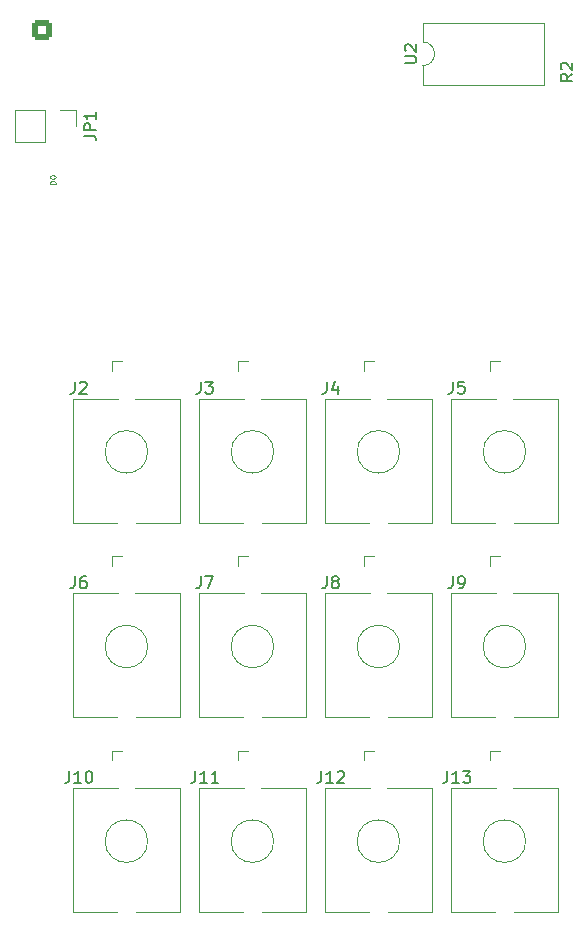
<source format=gto>
G04 #@! TF.GenerationSoftware,KiCad,Pcbnew,7.0.1*
G04 #@! TF.CreationDate,2023-05-11T17:19:09+02:00*
G04 #@! TF.ProjectId,midi-interface,6d696469-2d69-46e7-9465-72666163652e,rev?*
G04 #@! TF.SameCoordinates,Original*
G04 #@! TF.FileFunction,Legend,Top*
G04 #@! TF.FilePolarity,Positive*
%FSLAX46Y46*%
G04 Gerber Fmt 4.6, Leading zero omitted, Abs format (unit mm)*
G04 Created by KiCad (PCBNEW 7.0.1) date 2023-05-11 17:19:09*
%MOMM*%
%LPD*%
G01*
G04 APERTURE LIST*
G04 Aperture macros list*
%AMRoundRect*
0 Rectangle with rounded corners*
0 $1 Rounding radius*
0 $2 $3 $4 $5 $6 $7 $8 $9 X,Y pos of 4 corners*
0 Add a 4 corners polygon primitive as box body*
4,1,4,$2,$3,$4,$5,$6,$7,$8,$9,$2,$3,0*
0 Add four circle primitives for the rounded corners*
1,1,$1+$1,$2,$3*
1,1,$1+$1,$4,$5*
1,1,$1+$1,$6,$7*
1,1,$1+$1,$8,$9*
0 Add four rect primitives between the rounded corners*
20,1,$1+$1,$2,$3,$4,$5,0*
20,1,$1+$1,$4,$5,$6,$7,0*
20,1,$1+$1,$6,$7,$8,$9,0*
20,1,$1+$1,$8,$9,$2,$3,0*%
G04 Aperture macros list end*
%ADD10C,0.150000*%
%ADD11C,0.075000*%
%ADD12C,0.120000*%
%ADD13R,2.200000X2.200000*%
%ADD14O,2.200000X2.200000*%
%ADD15O,1.600000X1.600000*%
%ADD16R,1.600000X1.600000*%
%ADD17R,1.930000X1.830000*%
%ADD18C,2.130000*%
%ADD19R,1.700000X1.700000*%
%ADD20O,1.700000X1.700000*%
%ADD21O,1.727200X1.727200*%
%ADD22R,1.727200X1.727200*%
%ADD23RoundRect,0.250000X-0.600000X0.600000X-0.600000X-0.600000X0.600000X-0.600000X0.600000X0.600000X0*%
%ADD24C,1.700000*%
G04 APERTURE END LIST*
D10*
X127688619Y-73903904D02*
X128498142Y-73903904D01*
X128498142Y-73903904D02*
X128593380Y-73856285D01*
X128593380Y-73856285D02*
X128641000Y-73808666D01*
X128641000Y-73808666D02*
X128688619Y-73713428D01*
X128688619Y-73713428D02*
X128688619Y-73522952D01*
X128688619Y-73522952D02*
X128641000Y-73427714D01*
X128641000Y-73427714D02*
X128593380Y-73380095D01*
X128593380Y-73380095D02*
X128498142Y-73332476D01*
X128498142Y-73332476D02*
X127688619Y-73332476D01*
X127783857Y-72903904D02*
X127736238Y-72856285D01*
X127736238Y-72856285D02*
X127688619Y-72761047D01*
X127688619Y-72761047D02*
X127688619Y-72522952D01*
X127688619Y-72522952D02*
X127736238Y-72427714D01*
X127736238Y-72427714D02*
X127783857Y-72380095D01*
X127783857Y-72380095D02*
X127879095Y-72332476D01*
X127879095Y-72332476D02*
X127974333Y-72332476D01*
X127974333Y-72332476D02*
X128117190Y-72380095D01*
X128117190Y-72380095D02*
X128688619Y-72951523D01*
X128688619Y-72951523D02*
X128688619Y-72332476D01*
X110444666Y-117382619D02*
X110444666Y-118096904D01*
X110444666Y-118096904D02*
X110397047Y-118239761D01*
X110397047Y-118239761D02*
X110301809Y-118335000D01*
X110301809Y-118335000D02*
X110158952Y-118382619D01*
X110158952Y-118382619D02*
X110063714Y-118382619D01*
X110825619Y-117382619D02*
X111492285Y-117382619D01*
X111492285Y-117382619D02*
X111063714Y-118382619D01*
X121112666Y-117382619D02*
X121112666Y-118096904D01*
X121112666Y-118096904D02*
X121065047Y-118239761D01*
X121065047Y-118239761D02*
X120969809Y-118335000D01*
X120969809Y-118335000D02*
X120826952Y-118382619D01*
X120826952Y-118382619D02*
X120731714Y-118382619D01*
X121731714Y-117811190D02*
X121636476Y-117763571D01*
X121636476Y-117763571D02*
X121588857Y-117715952D01*
X121588857Y-117715952D02*
X121541238Y-117620714D01*
X121541238Y-117620714D02*
X121541238Y-117573095D01*
X121541238Y-117573095D02*
X121588857Y-117477857D01*
X121588857Y-117477857D02*
X121636476Y-117430238D01*
X121636476Y-117430238D02*
X121731714Y-117382619D01*
X121731714Y-117382619D02*
X121922190Y-117382619D01*
X121922190Y-117382619D02*
X122017428Y-117430238D01*
X122017428Y-117430238D02*
X122065047Y-117477857D01*
X122065047Y-117477857D02*
X122112666Y-117573095D01*
X122112666Y-117573095D02*
X122112666Y-117620714D01*
X122112666Y-117620714D02*
X122065047Y-117715952D01*
X122065047Y-117715952D02*
X122017428Y-117763571D01*
X122017428Y-117763571D02*
X121922190Y-117811190D01*
X121922190Y-117811190D02*
X121731714Y-117811190D01*
X121731714Y-117811190D02*
X121636476Y-117858809D01*
X121636476Y-117858809D02*
X121588857Y-117906428D01*
X121588857Y-117906428D02*
X121541238Y-118001666D01*
X121541238Y-118001666D02*
X121541238Y-118192142D01*
X121541238Y-118192142D02*
X121588857Y-118287380D01*
X121588857Y-118287380D02*
X121636476Y-118335000D01*
X121636476Y-118335000D02*
X121731714Y-118382619D01*
X121731714Y-118382619D02*
X121922190Y-118382619D01*
X121922190Y-118382619D02*
X122017428Y-118335000D01*
X122017428Y-118335000D02*
X122065047Y-118287380D01*
X122065047Y-118287380D02*
X122112666Y-118192142D01*
X122112666Y-118192142D02*
X122112666Y-118001666D01*
X122112666Y-118001666D02*
X122065047Y-117906428D01*
X122065047Y-117906428D02*
X122017428Y-117858809D01*
X122017428Y-117858809D02*
X121922190Y-117811190D01*
X100554619Y-80081333D02*
X101268904Y-80081333D01*
X101268904Y-80081333D02*
X101411761Y-80128952D01*
X101411761Y-80128952D02*
X101507000Y-80224190D01*
X101507000Y-80224190D02*
X101554619Y-80367047D01*
X101554619Y-80367047D02*
X101554619Y-80462285D01*
X101554619Y-79605142D02*
X100554619Y-79605142D01*
X100554619Y-79605142D02*
X100554619Y-79224190D01*
X100554619Y-79224190D02*
X100602238Y-79128952D01*
X100602238Y-79128952D02*
X100649857Y-79081333D01*
X100649857Y-79081333D02*
X100745095Y-79033714D01*
X100745095Y-79033714D02*
X100887952Y-79033714D01*
X100887952Y-79033714D02*
X100983190Y-79081333D01*
X100983190Y-79081333D02*
X101030809Y-79128952D01*
X101030809Y-79128952D02*
X101078428Y-79224190D01*
X101078428Y-79224190D02*
X101078428Y-79605142D01*
X101554619Y-78081333D02*
X101554619Y-78652761D01*
X101554619Y-78367047D02*
X100554619Y-78367047D01*
X100554619Y-78367047D02*
X100697476Y-78462285D01*
X100697476Y-78462285D02*
X100792714Y-78557523D01*
X100792714Y-78557523D02*
X100840333Y-78652761D01*
X99776666Y-117382619D02*
X99776666Y-118096904D01*
X99776666Y-118096904D02*
X99729047Y-118239761D01*
X99729047Y-118239761D02*
X99633809Y-118335000D01*
X99633809Y-118335000D02*
X99490952Y-118382619D01*
X99490952Y-118382619D02*
X99395714Y-118382619D01*
X100681428Y-117382619D02*
X100490952Y-117382619D01*
X100490952Y-117382619D02*
X100395714Y-117430238D01*
X100395714Y-117430238D02*
X100348095Y-117477857D01*
X100348095Y-117477857D02*
X100252857Y-117620714D01*
X100252857Y-117620714D02*
X100205238Y-117811190D01*
X100205238Y-117811190D02*
X100205238Y-118192142D01*
X100205238Y-118192142D02*
X100252857Y-118287380D01*
X100252857Y-118287380D02*
X100300476Y-118335000D01*
X100300476Y-118335000D02*
X100395714Y-118382619D01*
X100395714Y-118382619D02*
X100586190Y-118382619D01*
X100586190Y-118382619D02*
X100681428Y-118335000D01*
X100681428Y-118335000D02*
X100729047Y-118287380D01*
X100729047Y-118287380D02*
X100776666Y-118192142D01*
X100776666Y-118192142D02*
X100776666Y-117954047D01*
X100776666Y-117954047D02*
X100729047Y-117858809D01*
X100729047Y-117858809D02*
X100681428Y-117811190D01*
X100681428Y-117811190D02*
X100586190Y-117763571D01*
X100586190Y-117763571D02*
X100395714Y-117763571D01*
X100395714Y-117763571D02*
X100300476Y-117811190D01*
X100300476Y-117811190D02*
X100252857Y-117858809D01*
X100252857Y-117858809D02*
X100205238Y-117954047D01*
X120636476Y-133862619D02*
X120636476Y-134576904D01*
X120636476Y-134576904D02*
X120588857Y-134719761D01*
X120588857Y-134719761D02*
X120493619Y-134815000D01*
X120493619Y-134815000D02*
X120350762Y-134862619D01*
X120350762Y-134862619D02*
X120255524Y-134862619D01*
X121636476Y-134862619D02*
X121065048Y-134862619D01*
X121350762Y-134862619D02*
X121350762Y-133862619D01*
X121350762Y-133862619D02*
X121255524Y-134005476D01*
X121255524Y-134005476D02*
X121160286Y-134100714D01*
X121160286Y-134100714D02*
X121065048Y-134148333D01*
X122017429Y-133957857D02*
X122065048Y-133910238D01*
X122065048Y-133910238D02*
X122160286Y-133862619D01*
X122160286Y-133862619D02*
X122398381Y-133862619D01*
X122398381Y-133862619D02*
X122493619Y-133910238D01*
X122493619Y-133910238D02*
X122541238Y-133957857D01*
X122541238Y-133957857D02*
X122588857Y-134053095D01*
X122588857Y-134053095D02*
X122588857Y-134148333D01*
X122588857Y-134148333D02*
X122541238Y-134291190D01*
X122541238Y-134291190D02*
X121969810Y-134862619D01*
X121969810Y-134862619D02*
X122588857Y-134862619D01*
X99776666Y-100902619D02*
X99776666Y-101616904D01*
X99776666Y-101616904D02*
X99729047Y-101759761D01*
X99729047Y-101759761D02*
X99633809Y-101855000D01*
X99633809Y-101855000D02*
X99490952Y-101902619D01*
X99490952Y-101902619D02*
X99395714Y-101902619D01*
X100205238Y-100997857D02*
X100252857Y-100950238D01*
X100252857Y-100950238D02*
X100348095Y-100902619D01*
X100348095Y-100902619D02*
X100586190Y-100902619D01*
X100586190Y-100902619D02*
X100681428Y-100950238D01*
X100681428Y-100950238D02*
X100729047Y-100997857D01*
X100729047Y-100997857D02*
X100776666Y-101093095D01*
X100776666Y-101093095D02*
X100776666Y-101188333D01*
X100776666Y-101188333D02*
X100729047Y-101331190D01*
X100729047Y-101331190D02*
X100157619Y-101902619D01*
X100157619Y-101902619D02*
X100776666Y-101902619D01*
X131304476Y-133862619D02*
X131304476Y-134576904D01*
X131304476Y-134576904D02*
X131256857Y-134719761D01*
X131256857Y-134719761D02*
X131161619Y-134815000D01*
X131161619Y-134815000D02*
X131018762Y-134862619D01*
X131018762Y-134862619D02*
X130923524Y-134862619D01*
X132304476Y-134862619D02*
X131733048Y-134862619D01*
X132018762Y-134862619D02*
X132018762Y-133862619D01*
X132018762Y-133862619D02*
X131923524Y-134005476D01*
X131923524Y-134005476D02*
X131828286Y-134100714D01*
X131828286Y-134100714D02*
X131733048Y-134148333D01*
X132637810Y-133862619D02*
X133256857Y-133862619D01*
X133256857Y-133862619D02*
X132923524Y-134243571D01*
X132923524Y-134243571D02*
X133066381Y-134243571D01*
X133066381Y-134243571D02*
X133161619Y-134291190D01*
X133161619Y-134291190D02*
X133209238Y-134338809D01*
X133209238Y-134338809D02*
X133256857Y-134434047D01*
X133256857Y-134434047D02*
X133256857Y-134672142D01*
X133256857Y-134672142D02*
X133209238Y-134767380D01*
X133209238Y-134767380D02*
X133161619Y-134815000D01*
X133161619Y-134815000D02*
X133066381Y-134862619D01*
X133066381Y-134862619D02*
X132780667Y-134862619D01*
X132780667Y-134862619D02*
X132685429Y-134815000D01*
X132685429Y-134815000D02*
X132637810Y-134767380D01*
X121112666Y-100902619D02*
X121112666Y-101616904D01*
X121112666Y-101616904D02*
X121065047Y-101759761D01*
X121065047Y-101759761D02*
X120969809Y-101855000D01*
X120969809Y-101855000D02*
X120826952Y-101902619D01*
X120826952Y-101902619D02*
X120731714Y-101902619D01*
X122017428Y-101235952D02*
X122017428Y-101902619D01*
X121779333Y-100855000D02*
X121541238Y-101569285D01*
X121541238Y-101569285D02*
X122160285Y-101569285D01*
X131780666Y-100902619D02*
X131780666Y-101616904D01*
X131780666Y-101616904D02*
X131733047Y-101759761D01*
X131733047Y-101759761D02*
X131637809Y-101855000D01*
X131637809Y-101855000D02*
X131494952Y-101902619D01*
X131494952Y-101902619D02*
X131399714Y-101902619D01*
X132733047Y-100902619D02*
X132256857Y-100902619D01*
X132256857Y-100902619D02*
X132209238Y-101378809D01*
X132209238Y-101378809D02*
X132256857Y-101331190D01*
X132256857Y-101331190D02*
X132352095Y-101283571D01*
X132352095Y-101283571D02*
X132590190Y-101283571D01*
X132590190Y-101283571D02*
X132685428Y-101331190D01*
X132685428Y-101331190D02*
X132733047Y-101378809D01*
X132733047Y-101378809D02*
X132780666Y-101474047D01*
X132780666Y-101474047D02*
X132780666Y-101712142D01*
X132780666Y-101712142D02*
X132733047Y-101807380D01*
X132733047Y-101807380D02*
X132685428Y-101855000D01*
X132685428Y-101855000D02*
X132590190Y-101902619D01*
X132590190Y-101902619D02*
X132352095Y-101902619D01*
X132352095Y-101902619D02*
X132256857Y-101855000D01*
X132256857Y-101855000D02*
X132209238Y-101807380D01*
X110444666Y-100902619D02*
X110444666Y-101616904D01*
X110444666Y-101616904D02*
X110397047Y-101759761D01*
X110397047Y-101759761D02*
X110301809Y-101855000D01*
X110301809Y-101855000D02*
X110158952Y-101902619D01*
X110158952Y-101902619D02*
X110063714Y-101902619D01*
X110825619Y-100902619D02*
X111444666Y-100902619D01*
X111444666Y-100902619D02*
X111111333Y-101283571D01*
X111111333Y-101283571D02*
X111254190Y-101283571D01*
X111254190Y-101283571D02*
X111349428Y-101331190D01*
X111349428Y-101331190D02*
X111397047Y-101378809D01*
X111397047Y-101378809D02*
X111444666Y-101474047D01*
X111444666Y-101474047D02*
X111444666Y-101712142D01*
X111444666Y-101712142D02*
X111397047Y-101807380D01*
X111397047Y-101807380D02*
X111349428Y-101855000D01*
X111349428Y-101855000D02*
X111254190Y-101902619D01*
X111254190Y-101902619D02*
X110968476Y-101902619D01*
X110968476Y-101902619D02*
X110873238Y-101855000D01*
X110873238Y-101855000D02*
X110825619Y-101807380D01*
X99300476Y-133862619D02*
X99300476Y-134576904D01*
X99300476Y-134576904D02*
X99252857Y-134719761D01*
X99252857Y-134719761D02*
X99157619Y-134815000D01*
X99157619Y-134815000D02*
X99014762Y-134862619D01*
X99014762Y-134862619D02*
X98919524Y-134862619D01*
X100300476Y-134862619D02*
X99729048Y-134862619D01*
X100014762Y-134862619D02*
X100014762Y-133862619D01*
X100014762Y-133862619D02*
X99919524Y-134005476D01*
X99919524Y-134005476D02*
X99824286Y-134100714D01*
X99824286Y-134100714D02*
X99729048Y-134148333D01*
X100919524Y-133862619D02*
X101014762Y-133862619D01*
X101014762Y-133862619D02*
X101110000Y-133910238D01*
X101110000Y-133910238D02*
X101157619Y-133957857D01*
X101157619Y-133957857D02*
X101205238Y-134053095D01*
X101205238Y-134053095D02*
X101252857Y-134243571D01*
X101252857Y-134243571D02*
X101252857Y-134481666D01*
X101252857Y-134481666D02*
X101205238Y-134672142D01*
X101205238Y-134672142D02*
X101157619Y-134767380D01*
X101157619Y-134767380D02*
X101110000Y-134815000D01*
X101110000Y-134815000D02*
X101014762Y-134862619D01*
X101014762Y-134862619D02*
X100919524Y-134862619D01*
X100919524Y-134862619D02*
X100824286Y-134815000D01*
X100824286Y-134815000D02*
X100776667Y-134767380D01*
X100776667Y-134767380D02*
X100729048Y-134672142D01*
X100729048Y-134672142D02*
X100681429Y-134481666D01*
X100681429Y-134481666D02*
X100681429Y-134243571D01*
X100681429Y-134243571D02*
X100729048Y-134053095D01*
X100729048Y-134053095D02*
X100776667Y-133957857D01*
X100776667Y-133957857D02*
X100824286Y-133910238D01*
X100824286Y-133910238D02*
X100919524Y-133862619D01*
X131780666Y-117382619D02*
X131780666Y-118096904D01*
X131780666Y-118096904D02*
X131733047Y-118239761D01*
X131733047Y-118239761D02*
X131637809Y-118335000D01*
X131637809Y-118335000D02*
X131494952Y-118382619D01*
X131494952Y-118382619D02*
X131399714Y-118382619D01*
X132304476Y-118382619D02*
X132494952Y-118382619D01*
X132494952Y-118382619D02*
X132590190Y-118335000D01*
X132590190Y-118335000D02*
X132637809Y-118287380D01*
X132637809Y-118287380D02*
X132733047Y-118144523D01*
X132733047Y-118144523D02*
X132780666Y-117954047D01*
X132780666Y-117954047D02*
X132780666Y-117573095D01*
X132780666Y-117573095D02*
X132733047Y-117477857D01*
X132733047Y-117477857D02*
X132685428Y-117430238D01*
X132685428Y-117430238D02*
X132590190Y-117382619D01*
X132590190Y-117382619D02*
X132399714Y-117382619D01*
X132399714Y-117382619D02*
X132304476Y-117430238D01*
X132304476Y-117430238D02*
X132256857Y-117477857D01*
X132256857Y-117477857D02*
X132209238Y-117573095D01*
X132209238Y-117573095D02*
X132209238Y-117811190D01*
X132209238Y-117811190D02*
X132256857Y-117906428D01*
X132256857Y-117906428D02*
X132304476Y-117954047D01*
X132304476Y-117954047D02*
X132399714Y-118001666D01*
X132399714Y-118001666D02*
X132590190Y-118001666D01*
X132590190Y-118001666D02*
X132685428Y-117954047D01*
X132685428Y-117954047D02*
X132733047Y-117906428D01*
X132733047Y-117906428D02*
X132780666Y-117811190D01*
X109968476Y-133862619D02*
X109968476Y-134576904D01*
X109968476Y-134576904D02*
X109920857Y-134719761D01*
X109920857Y-134719761D02*
X109825619Y-134815000D01*
X109825619Y-134815000D02*
X109682762Y-134862619D01*
X109682762Y-134862619D02*
X109587524Y-134862619D01*
X110968476Y-134862619D02*
X110397048Y-134862619D01*
X110682762Y-134862619D02*
X110682762Y-133862619D01*
X110682762Y-133862619D02*
X110587524Y-134005476D01*
X110587524Y-134005476D02*
X110492286Y-134100714D01*
X110492286Y-134100714D02*
X110397048Y-134148333D01*
X111920857Y-134862619D02*
X111349429Y-134862619D01*
X111635143Y-134862619D02*
X111635143Y-133862619D01*
X111635143Y-133862619D02*
X111539905Y-134005476D01*
X111539905Y-134005476D02*
X111444667Y-134100714D01*
X111444667Y-134100714D02*
X111349429Y-134148333D01*
D11*
X98148309Y-84189047D02*
X97648309Y-84189047D01*
X97648309Y-84189047D02*
X97648309Y-84069999D01*
X97648309Y-84069999D02*
X97672119Y-83998571D01*
X97672119Y-83998571D02*
X97719738Y-83950952D01*
X97719738Y-83950952D02*
X97767357Y-83927142D01*
X97767357Y-83927142D02*
X97862595Y-83903333D01*
X97862595Y-83903333D02*
X97934023Y-83903333D01*
X97934023Y-83903333D02*
X98029261Y-83927142D01*
X98029261Y-83927142D02*
X98076880Y-83950952D01*
X98076880Y-83950952D02*
X98124500Y-83998571D01*
X98124500Y-83998571D02*
X98148309Y-84069999D01*
X98148309Y-84069999D02*
X98148309Y-84189047D01*
X97648309Y-83593809D02*
X97648309Y-83546190D01*
X97648309Y-83546190D02*
X97672119Y-83498571D01*
X97672119Y-83498571D02*
X97695928Y-83474761D01*
X97695928Y-83474761D02*
X97743547Y-83450952D01*
X97743547Y-83450952D02*
X97838785Y-83427142D01*
X97838785Y-83427142D02*
X97957833Y-83427142D01*
X97957833Y-83427142D02*
X98053071Y-83450952D01*
X98053071Y-83450952D02*
X98100690Y-83474761D01*
X98100690Y-83474761D02*
X98124500Y-83498571D01*
X98124500Y-83498571D02*
X98148309Y-83546190D01*
X98148309Y-83546190D02*
X98148309Y-83593809D01*
X98148309Y-83593809D02*
X98124500Y-83641428D01*
X98124500Y-83641428D02*
X98100690Y-83665237D01*
X98100690Y-83665237D02*
X98053071Y-83689047D01*
X98053071Y-83689047D02*
X97957833Y-83712856D01*
X97957833Y-83712856D02*
X97838785Y-83712856D01*
X97838785Y-83712856D02*
X97743547Y-83689047D01*
X97743547Y-83689047D02*
X97695928Y-83665237D01*
X97695928Y-83665237D02*
X97672119Y-83641428D01*
X97672119Y-83641428D02*
X97648309Y-83593809D01*
D10*
X141898619Y-74842666D02*
X141422428Y-75175999D01*
X141898619Y-75414094D02*
X140898619Y-75414094D01*
X140898619Y-75414094D02*
X140898619Y-75033142D01*
X140898619Y-75033142D02*
X140946238Y-74937904D01*
X140946238Y-74937904D02*
X140993857Y-74890285D01*
X140993857Y-74890285D02*
X141089095Y-74842666D01*
X141089095Y-74842666D02*
X141231952Y-74842666D01*
X141231952Y-74842666D02*
X141327190Y-74890285D01*
X141327190Y-74890285D02*
X141374809Y-74937904D01*
X141374809Y-74937904D02*
X141422428Y-75033142D01*
X141422428Y-75033142D02*
X141422428Y-75414094D01*
X140993857Y-74461713D02*
X140946238Y-74414094D01*
X140946238Y-74414094D02*
X140898619Y-74318856D01*
X140898619Y-74318856D02*
X140898619Y-74080761D01*
X140898619Y-74080761D02*
X140946238Y-73985523D01*
X140946238Y-73985523D02*
X140993857Y-73937904D01*
X140993857Y-73937904D02*
X141089095Y-73890285D01*
X141089095Y-73890285D02*
X141184333Y-73890285D01*
X141184333Y-73890285D02*
X141327190Y-73937904D01*
X141327190Y-73937904D02*
X141898619Y-74509332D01*
X141898619Y-74509332D02*
X141898619Y-73890285D01*
D12*
X129226000Y-74142000D02*
G75*
G03*
X129226000Y-72142000I0J1000000D01*
G01*
X139506000Y-75792000D02*
X139506000Y-70492000D01*
X129226000Y-74142000D02*
X129226000Y-75792000D01*
X139506000Y-70492000D02*
X129226000Y-70492000D01*
X129226000Y-75792000D02*
X139506000Y-75792000D01*
X129226000Y-70492000D02*
X129226000Y-72142000D01*
X110308000Y-118820000D02*
X110308000Y-129320000D01*
X113578000Y-115670000D02*
X113578000Y-116470000D01*
X113578000Y-115670000D02*
X114438000Y-115670000D01*
X114008000Y-129320000D02*
X110308000Y-129320000D01*
X114088000Y-118820000D02*
X110308000Y-118820000D01*
X119308000Y-118820000D02*
X115528000Y-118820000D01*
X119308000Y-118820000D02*
X119308000Y-129320000D01*
X119308000Y-129320000D02*
X115608000Y-129320000D01*
X116608000Y-123320000D02*
G75*
G03*
X116608000Y-123320000I-1800000J0D01*
G01*
X120976000Y-118820000D02*
X120976000Y-129320000D01*
X124246000Y-115670000D02*
X124246000Y-116470000D01*
X124246000Y-115670000D02*
X125106000Y-115670000D01*
X124676000Y-129320000D02*
X120976000Y-129320000D01*
X124756000Y-118820000D02*
X120976000Y-118820000D01*
X129976000Y-118820000D02*
X126196000Y-118820000D01*
X129976000Y-118820000D02*
X129976000Y-129320000D01*
X129976000Y-129320000D02*
X126276000Y-129320000D01*
X127276000Y-123320000D02*
G75*
G03*
X127276000Y-123320000I-1800000J0D01*
G01*
X99882000Y-77918000D02*
X99882000Y-79248000D01*
X98552000Y-77918000D02*
X99882000Y-77918000D01*
X97282000Y-77918000D02*
X94682000Y-77918000D01*
X97282000Y-77918000D02*
X97282000Y-80578000D01*
X94682000Y-77918000D02*
X94682000Y-80578000D01*
X97282000Y-80578000D02*
X94682000Y-80578000D01*
X99640000Y-118820000D02*
X99640000Y-129320000D01*
X102910000Y-115670000D02*
X102910000Y-116470000D01*
X102910000Y-115670000D02*
X103770000Y-115670000D01*
X103340000Y-129320000D02*
X99640000Y-129320000D01*
X103420000Y-118820000D02*
X99640000Y-118820000D01*
X108640000Y-118820000D02*
X104860000Y-118820000D01*
X108640000Y-118820000D02*
X108640000Y-129320000D01*
X108640000Y-129320000D02*
X104940000Y-129320000D01*
X105940000Y-123320000D02*
G75*
G03*
X105940000Y-123320000I-1800000J0D01*
G01*
X120976000Y-135300000D02*
X120976000Y-145800000D01*
X124246000Y-132150000D02*
X124246000Y-132950000D01*
X124246000Y-132150000D02*
X125106000Y-132150000D01*
X124676000Y-145800000D02*
X120976000Y-145800000D01*
X124756000Y-135300000D02*
X120976000Y-135300000D01*
X129976000Y-135300000D02*
X126196000Y-135300000D01*
X129976000Y-135300000D02*
X129976000Y-145800000D01*
X129976000Y-145800000D02*
X126276000Y-145800000D01*
X127276000Y-139800000D02*
G75*
G03*
X127276000Y-139800000I-1800000J0D01*
G01*
X99640000Y-102340000D02*
X99640000Y-112840000D01*
X102910000Y-99190000D02*
X102910000Y-99990000D01*
X102910000Y-99190000D02*
X103770000Y-99190000D01*
X103340000Y-112840000D02*
X99640000Y-112840000D01*
X103420000Y-102340000D02*
X99640000Y-102340000D01*
X108640000Y-102340000D02*
X104860000Y-102340000D01*
X108640000Y-102340000D02*
X108640000Y-112840000D01*
X108640000Y-112840000D02*
X104940000Y-112840000D01*
X105940000Y-106840000D02*
G75*
G03*
X105940000Y-106840000I-1800000J0D01*
G01*
X131644000Y-135300000D02*
X131644000Y-145800000D01*
X134914000Y-132150000D02*
X134914000Y-132950000D01*
X134914000Y-132150000D02*
X135774000Y-132150000D01*
X135344000Y-145800000D02*
X131644000Y-145800000D01*
X135424000Y-135300000D02*
X131644000Y-135300000D01*
X140644000Y-135300000D02*
X136864000Y-135300000D01*
X140644000Y-135300000D02*
X140644000Y-145800000D01*
X140644000Y-145800000D02*
X136944000Y-145800000D01*
X137944000Y-139800000D02*
G75*
G03*
X137944000Y-139800000I-1800000J0D01*
G01*
X120976000Y-102340000D02*
X120976000Y-112840000D01*
X124246000Y-99190000D02*
X124246000Y-99990000D01*
X124246000Y-99190000D02*
X125106000Y-99190000D01*
X124676000Y-112840000D02*
X120976000Y-112840000D01*
X124756000Y-102340000D02*
X120976000Y-102340000D01*
X129976000Y-102340000D02*
X126196000Y-102340000D01*
X129976000Y-102340000D02*
X129976000Y-112840000D01*
X129976000Y-112840000D02*
X126276000Y-112840000D01*
X127276000Y-106840000D02*
G75*
G03*
X127276000Y-106840000I-1800000J0D01*
G01*
X131644000Y-102340000D02*
X131644000Y-112840000D01*
X134914000Y-99190000D02*
X134914000Y-99990000D01*
X134914000Y-99190000D02*
X135774000Y-99190000D01*
X135344000Y-112840000D02*
X131644000Y-112840000D01*
X135424000Y-102340000D02*
X131644000Y-102340000D01*
X140644000Y-102340000D02*
X136864000Y-102340000D01*
X140644000Y-102340000D02*
X140644000Y-112840000D01*
X140644000Y-112840000D02*
X136944000Y-112840000D01*
X137944000Y-106840000D02*
G75*
G03*
X137944000Y-106840000I-1800000J0D01*
G01*
X110308000Y-102340000D02*
X110308000Y-112840000D01*
X113578000Y-99190000D02*
X113578000Y-99990000D01*
X113578000Y-99190000D02*
X114438000Y-99190000D01*
X114008000Y-112840000D02*
X110308000Y-112840000D01*
X114088000Y-102340000D02*
X110308000Y-102340000D01*
X119308000Y-102340000D02*
X115528000Y-102340000D01*
X119308000Y-102340000D02*
X119308000Y-112840000D01*
X119308000Y-112840000D02*
X115608000Y-112840000D01*
X116608000Y-106840000D02*
G75*
G03*
X116608000Y-106840000I-1800000J0D01*
G01*
X99640000Y-135300000D02*
X99640000Y-145800000D01*
X102910000Y-132150000D02*
X102910000Y-132950000D01*
X102910000Y-132150000D02*
X103770000Y-132150000D01*
X103340000Y-145800000D02*
X99640000Y-145800000D01*
X103420000Y-135300000D02*
X99640000Y-135300000D01*
X108640000Y-135300000D02*
X104860000Y-135300000D01*
X108640000Y-135300000D02*
X108640000Y-145800000D01*
X108640000Y-145800000D02*
X104940000Y-145800000D01*
X105940000Y-139800000D02*
G75*
G03*
X105940000Y-139800000I-1800000J0D01*
G01*
X131644000Y-118820000D02*
X131644000Y-129320000D01*
X134914000Y-115670000D02*
X134914000Y-116470000D01*
X134914000Y-115670000D02*
X135774000Y-115670000D01*
X135344000Y-129320000D02*
X131644000Y-129320000D01*
X135424000Y-118820000D02*
X131644000Y-118820000D01*
X140644000Y-118820000D02*
X136864000Y-118820000D01*
X140644000Y-118820000D02*
X140644000Y-129320000D01*
X140644000Y-129320000D02*
X136944000Y-129320000D01*
X137944000Y-123320000D02*
G75*
G03*
X137944000Y-123320000I-1800000J0D01*
G01*
X110308000Y-135300000D02*
X110308000Y-145800000D01*
X113578000Y-132150000D02*
X113578000Y-132950000D01*
X113578000Y-132150000D02*
X114438000Y-132150000D01*
X114008000Y-145800000D02*
X110308000Y-145800000D01*
X114088000Y-135300000D02*
X110308000Y-135300000D01*
X119308000Y-135300000D02*
X115528000Y-135300000D01*
X119308000Y-135300000D02*
X119308000Y-145800000D01*
X119308000Y-145800000D02*
X115608000Y-145800000D01*
X116608000Y-139800000D02*
G75*
G03*
X116608000Y-139800000I-1800000J0D01*
G01*
%LPC*%
D13*
X146812000Y-72353818D03*
D14*
X146812000Y-77433818D03*
D15*
X130556000Y-69332000D03*
X133096000Y-69332000D03*
X135636000Y-69332000D03*
X138176000Y-69332000D03*
X138176000Y-76952000D03*
X135636000Y-76952000D03*
X133096000Y-76952000D03*
D16*
X130556000Y-76952000D03*
D17*
X114808000Y-116840000D03*
D18*
X114808000Y-128240000D03*
X114808000Y-119940000D03*
D17*
X125476000Y-116840000D03*
D18*
X125476000Y-128240000D03*
X125476000Y-119940000D03*
D19*
X98552000Y-79248000D03*
D20*
X96012000Y-79248000D03*
D17*
X104140000Y-116840000D03*
D18*
X104140000Y-128240000D03*
X104140000Y-119940000D03*
D17*
X125476000Y-133320000D03*
D18*
X125476000Y-144720000D03*
X125476000Y-136420000D03*
D17*
X104140000Y-100360000D03*
D18*
X104140000Y-111760000D03*
X104140000Y-103460000D03*
D17*
X136144000Y-133320000D03*
D18*
X136144000Y-144720000D03*
X136144000Y-136420000D03*
D17*
X125476000Y-100360000D03*
D18*
X125476000Y-111760000D03*
X125476000Y-103460000D03*
D17*
X136144000Y-100360000D03*
D18*
X136144000Y-111760000D03*
X136144000Y-103460000D03*
D17*
X114808000Y-100360000D03*
D18*
X114808000Y-111760000D03*
X114808000Y-103460000D03*
D17*
X104140000Y-133320000D03*
D18*
X104140000Y-144720000D03*
X104140000Y-136420000D03*
D17*
X136144000Y-116840000D03*
D18*
X136144000Y-128240000D03*
X136144000Y-119940000D03*
D17*
X114808000Y-133320000D03*
D18*
X114808000Y-144720000D03*
X114808000Y-136420000D03*
D21*
X144272000Y-119380000D03*
X144272000Y-111760000D03*
X144272000Y-109220000D03*
X144272000Y-96520000D03*
X144272000Y-93980000D03*
X144272000Y-91440000D03*
X144272000Y-88900000D03*
X144272000Y-86360000D03*
X144272000Y-83820000D03*
X96012000Y-123444000D03*
X96012000Y-83820000D03*
X96012000Y-86360000D03*
X96012000Y-88900000D03*
X96012000Y-91440000D03*
X96012000Y-93980000D03*
X96012000Y-96520000D03*
X96012000Y-99060000D03*
X96012000Y-101600000D03*
X96012000Y-105664000D03*
X96012000Y-108204000D03*
X96012000Y-110744000D03*
X96012000Y-113284000D03*
X96012000Y-115824000D03*
X96012000Y-118364000D03*
D22*
X96012000Y-120904000D03*
X144272000Y-106680000D03*
X144272000Y-104140000D03*
D21*
X144272000Y-116840000D03*
X144272000Y-114300000D03*
X96012000Y-128524000D03*
X96012000Y-125984000D03*
X144272000Y-101600000D03*
D23*
X97028000Y-71120000D03*
D24*
X97028000Y-73660000D03*
X99568000Y-71120000D03*
X99568000Y-73660000D03*
X102108000Y-71120000D03*
X102108000Y-73660000D03*
X104648000Y-71120000D03*
X104648000Y-73660000D03*
X107188000Y-71120000D03*
X107188000Y-73660000D03*
X109728000Y-71120000D03*
X109728000Y-73660000D03*
X112268000Y-71120000D03*
X112268000Y-73660000D03*
X114808000Y-71120000D03*
X114808000Y-73660000D03*
D19*
X137160000Y-66548000D03*
D20*
X139700000Y-66548000D03*
X142240000Y-66548000D03*
X144780000Y-66548000D03*
X147320000Y-66548000D03*
M02*

</source>
